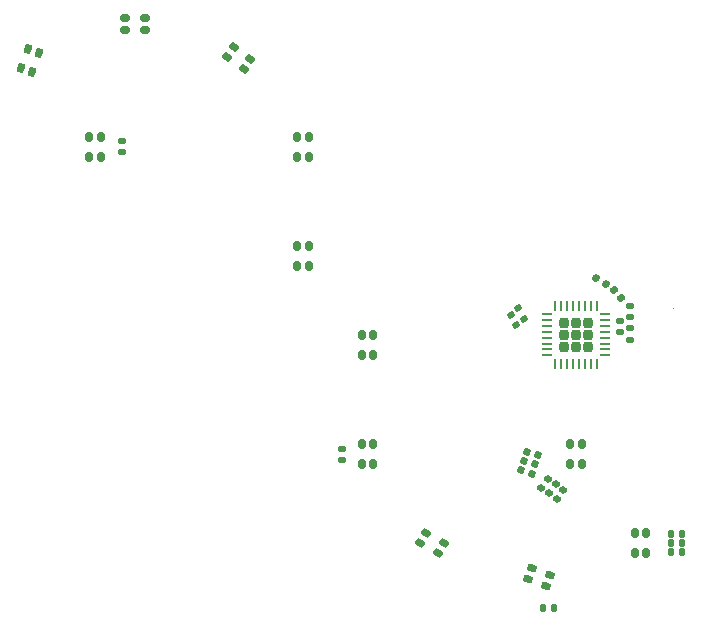
<source format=gbr>
G04 #@! TF.GenerationSoftware,KiCad,Pcbnew,(6.0.1)*
G04 #@! TF.CreationDate,2022-05-29T23:08:32-04:00*
G04 #@! TF.ProjectId,Main-rounded,4d61696e-2d72-46f7-956e-6465642e6b69,10*
G04 #@! TF.SameCoordinates,Original*
G04 #@! TF.FileFunction,Paste,Bot*
G04 #@! TF.FilePolarity,Positive*
%FSLAX46Y46*%
G04 Gerber Fmt 4.6, Leading zero omitted, Abs format (unit mm)*
G04 Created by KiCad (PCBNEW (6.0.1)) date 2022-05-29 23:08:32*
%MOMM*%
%LPD*%
G01*
G04 APERTURE LIST*
G04 Aperture macros list*
%AMRoundRect*
0 Rectangle with rounded corners*
0 $1 Rounding radius*
0 $2 $3 $4 $5 $6 $7 $8 $9 X,Y pos of 4 corners*
0 Add a 4 corners polygon primitive as box body*
4,1,4,$2,$3,$4,$5,$6,$7,$8,$9,$2,$3,0*
0 Add four circle primitives for the rounded corners*
1,1,$1+$1,$2,$3*
1,1,$1+$1,$4,$5*
1,1,$1+$1,$6,$7*
1,1,$1+$1,$8,$9*
0 Add four rect primitives between the rounded corners*
20,1,$1+$1,$2,$3,$4,$5,0*
20,1,$1+$1,$4,$5,$6,$7,0*
20,1,$1+$1,$6,$7,$8,$9,0*
20,1,$1+$1,$8,$9,$2,$3,0*%
%AMRotRect*
0 Rectangle, with rotation*
0 The origin of the aperture is its center*
0 $1 length*
0 $2 width*
0 $3 Rotation angle, in degrees counterclockwise*
0 Add horizontal line*
21,1,$1,$2,0,0,$3*%
G04 Aperture macros list end*
%ADD10RoundRect,0.120000X-0.332487X-0.015885X0.152487X-0.295885X0.332487X0.015885X-0.152487X0.295885X0*%
%ADD11RoundRect,0.120000X-0.324678X-0.073379X0.201550X-0.264910X0.324678X0.073379X-0.201550X0.264910X0*%
%ADD12RoundRect,0.120000X-0.180000X0.280000X-0.180000X-0.280000X0.180000X-0.280000X0.180000X0.280000X0*%
%ADD13RoundRect,0.140000X0.140000X0.170000X-0.140000X0.170000X-0.140000X-0.170000X0.140000X-0.170000X0*%
%ADD14RoundRect,0.120000X0.180000X-0.280000X0.180000X0.280000X-0.180000X0.280000X-0.180000X-0.280000X0*%
%ADD15RoundRect,0.120000X0.073379X-0.324678X0.264910X0.201550X-0.073379X0.324678X-0.264910X-0.201550X0*%
%ADD16RoundRect,0.147500X0.147500X0.172500X-0.147500X0.172500X-0.147500X-0.172500X0.147500X-0.172500X0*%
%ADD17RoundRect,0.120000X-0.280000X-0.180000X0.280000X-0.180000X0.280000X0.180000X-0.280000X0.180000X0*%
%ADD18RoundRect,0.147500X-0.147500X-0.172500X0.147500X-0.172500X0.147500X0.172500X-0.147500X0.172500X0*%
%ADD19RoundRect,0.147500X0.172500X-0.147500X0.172500X0.147500X-0.172500X0.147500X-0.172500X-0.147500X0*%
%ADD20RoundRect,0.207500X0.207500X-0.207500X0.207500X0.207500X-0.207500X0.207500X-0.207500X-0.207500X0*%
%ADD21RoundRect,0.062500X0.062500X-0.375000X0.062500X0.375000X-0.062500X0.375000X-0.062500X-0.375000X0*%
%ADD22RoundRect,0.062500X0.375000X-0.062500X0.375000X0.062500X-0.375000X0.062500X-0.375000X-0.062500X0*%
%ADD23RoundRect,0.147500X0.213989X0.075639X-0.041489X0.223139X-0.213989X-0.075639X0.041489X-0.223139X0*%
%ADD24RoundRect,0.140000X-0.170000X0.140000X-0.170000X-0.140000X0.170000X-0.140000X0.170000X0.140000X0*%
%ADD25RoundRect,0.147500X-0.172500X0.147500X-0.172500X-0.147500X0.172500X-0.147500X0.172500X0.147500X0*%
%ADD26RoundRect,0.120000X-0.332606X0.013154X0.126119X-0.308049X0.332606X-0.013154X-0.126119X0.308049X0*%
%ADD27RoundRect,0.147500X-0.193586X-0.118477X0.086975X-0.209637X0.193586X0.118477X-0.086975X0.209637X0*%
%ADD28RoundRect,0.147500X-0.052857X0.220723X-0.226254X-0.017937X0.052857X-0.220723X0.226254X0.017937X0*%
%ADD29RoundRect,0.147500X0.193586X0.118477X-0.086975X0.209637X-0.193586X-0.118477X0.086975X-0.209637X0*%
%ADD30RoundRect,0.147500X0.052857X-0.220723X0.226254X0.017937X-0.052857X0.220723X-0.226254X-0.017937X0*%
%ADD31RoundRect,0.135000X-0.226433X0.034323X-0.101761X-0.205170X0.226433X-0.034323X0.101761X0.205170X0*%
%ADD32RoundRect,0.147500X-0.226954X0.002111X-0.037331X-0.223872X0.226954X-0.002111X0.037331X0.223872X0*%
%ADD33RotRect,0.090000X0.090000X32.000000*%
G04 APERTURE END LIST*
D10*
X244836122Y-131931987D03*
X244336122Y-132798013D03*
X242863878Y-131948013D03*
X243363878Y-131081987D03*
D11*
X253885651Y-134630871D03*
X253543631Y-135570563D03*
X251946153Y-134989129D03*
X252288173Y-134049437D03*
D12*
X238900000Y-125280000D03*
X237900000Y-125280000D03*
X237900000Y-123580000D03*
X238900000Y-123580000D03*
D13*
X254170000Y-137470000D03*
X253210000Y-137470000D03*
D14*
X255550000Y-123580000D03*
X256550000Y-123580000D03*
X256550000Y-125280000D03*
X255550000Y-125280000D03*
D12*
X238900000Y-116000000D03*
X237900000Y-116000000D03*
X237900000Y-114300000D03*
X238900000Y-114300000D03*
D14*
X214800000Y-97520000D03*
X215800000Y-97520000D03*
X215800000Y-99220000D03*
X214800000Y-99220000D03*
D15*
X209660871Y-90126153D03*
X210600563Y-90468173D03*
X210019129Y-92065651D03*
X209079437Y-91723631D03*
D12*
X233450000Y-99220000D03*
X232450000Y-99220000D03*
X232450000Y-97520000D03*
X233450000Y-97520000D03*
X233440000Y-108500000D03*
X232440000Y-108500000D03*
X232440000Y-106800000D03*
X233440000Y-106800000D03*
D16*
X265028663Y-132736337D03*
X264058663Y-132736337D03*
X265030917Y-131952445D03*
X264060917Y-131952445D03*
D17*
X219520000Y-87490000D03*
X219520000Y-88490000D03*
X217820000Y-88490000D03*
X217820000Y-87490000D03*
D18*
X264065000Y-131170000D03*
X265035000Y-131170000D03*
D19*
X259760000Y-114105000D03*
X259760000Y-113135000D03*
D20*
X256040000Y-114300000D03*
X255010000Y-114300000D03*
X257070000Y-115330000D03*
X257070000Y-114300000D03*
X256040000Y-113270000D03*
X256040000Y-115330000D03*
X255010000Y-113270000D03*
X255010000Y-115330000D03*
X257070000Y-113270000D03*
D21*
X257790000Y-116737500D03*
X257290000Y-116737500D03*
X256790000Y-116737500D03*
X256290000Y-116737500D03*
X255790000Y-116737500D03*
X255290000Y-116737500D03*
X254790000Y-116737500D03*
X254290000Y-116737500D03*
D22*
X253602500Y-116050000D03*
X253602500Y-115550000D03*
X253602500Y-115050000D03*
X253602500Y-114550000D03*
X253602500Y-114050000D03*
X253602500Y-113550000D03*
X253602500Y-113050000D03*
X253602500Y-112550000D03*
D21*
X254290000Y-111862500D03*
X254790000Y-111862500D03*
X255290000Y-111862500D03*
X255790000Y-111862500D03*
X256290000Y-111862500D03*
X256790000Y-111862500D03*
X257290000Y-111862500D03*
X257790000Y-111862500D03*
D22*
X258477500Y-112550000D03*
X258477500Y-113050000D03*
X258477500Y-113550000D03*
X258477500Y-114050000D03*
X258477500Y-114550000D03*
X258477500Y-115050000D03*
X258477500Y-115550000D03*
X258477500Y-116050000D03*
D23*
X258620022Y-109962500D03*
X257779978Y-109477500D03*
D19*
X236230000Y-124915000D03*
X236230000Y-123945000D03*
D14*
X261010000Y-131090000D03*
X262010000Y-131090000D03*
X262010000Y-132790000D03*
X261010000Y-132790000D03*
D24*
X217620000Y-97910000D03*
X217620000Y-98870000D03*
D25*
X260590000Y-113745000D03*
X260590000Y-114715000D03*
D26*
X228473067Y-90947964D03*
X227899491Y-91767116D03*
X226506933Y-90792036D03*
X227080509Y-89972884D03*
D27*
X251628738Y-124980127D03*
X252551262Y-125279873D03*
D28*
X254982686Y-127444773D03*
X254412534Y-128229519D03*
D29*
X252297868Y-126059738D03*
X251375344Y-125759992D03*
D30*
X253754924Y-127732373D03*
X254325076Y-126947627D03*
D29*
X252807746Y-124490495D03*
X251885222Y-124190749D03*
D30*
X253071685Y-127260691D03*
X253641837Y-126475945D03*
D31*
X250534508Y-112607624D03*
X251005492Y-113512376D03*
X251144508Y-112047624D03*
X251615492Y-112952376D03*
D24*
X260580000Y-111880000D03*
X260580000Y-112840000D03*
D32*
X259258248Y-110488468D03*
X259881752Y-111231532D03*
D33*
X264350942Y-112077601D03*
M02*

</source>
